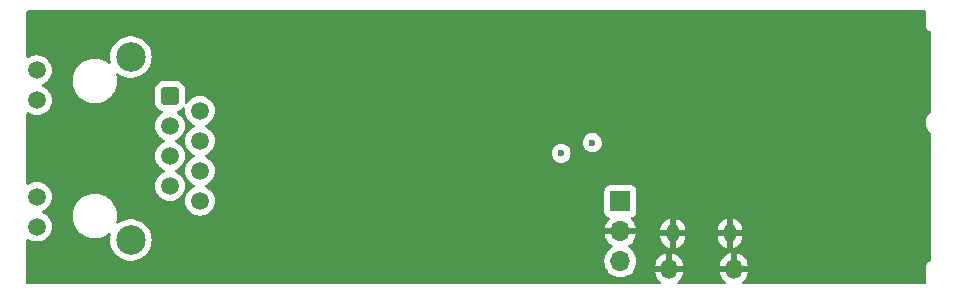
<source format=gbr>
%TF.GenerationSoftware,KiCad,Pcbnew,8.0.3*%
%TF.CreationDate,2024-06-27T21:22:13-04:00*%
%TF.ProjectId,rp2040-mgmt-module,72703230-3430-42d6-9d67-6d742d6d6f64,v0.0.0*%
%TF.SameCoordinates,Original*%
%TF.FileFunction,Copper,L3,Inr*%
%TF.FilePolarity,Positive*%
%FSLAX46Y46*%
G04 Gerber Fmt 4.6, Leading zero omitted, Abs format (unit mm)*
G04 Created by KiCad (PCBNEW 8.0.3) date 2024-06-27 21:22:13*
%MOMM*%
%LPD*%
G01*
G04 APERTURE LIST*
G04 Aperture macros list*
%AMRoundRect*
0 Rectangle with rounded corners*
0 $1 Rounding radius*
0 $2 $3 $4 $5 $6 $7 $8 $9 X,Y pos of 4 corners*
0 Add a 4 corners polygon primitive as box body*
4,1,4,$2,$3,$4,$5,$6,$7,$8,$9,$2,$3,0*
0 Add four circle primitives for the rounded corners*
1,1,$1+$1,$2,$3*
1,1,$1+$1,$4,$5*
1,1,$1+$1,$6,$7*
1,1,$1+$1,$8,$9*
0 Add four rect primitives between the rounded corners*
20,1,$1+$1,$2,$3,$4,$5,0*
20,1,$1+$1,$4,$5,$6,$7,0*
20,1,$1+$1,$6,$7,$8,$9,0*
20,1,$1+$1,$8,$9,$2,$3,0*%
G04 Aperture macros list end*
%TA.AperFunction,ComponentPad*%
%ADD10RoundRect,0.250500X-0.499500X0.499500X-0.499500X-0.499500X0.499500X-0.499500X0.499500X0.499500X0*%
%TD*%
%TA.AperFunction,ComponentPad*%
%ADD11C,1.500000*%
%TD*%
%TA.AperFunction,ComponentPad*%
%ADD12C,2.500000*%
%TD*%
%TA.AperFunction,ComponentPad*%
%ADD13R,1.700000X1.700000*%
%TD*%
%TA.AperFunction,ComponentPad*%
%ADD14O,1.700000X1.700000*%
%TD*%
%TA.AperFunction,ComponentPad*%
%ADD15O,1.350000X1.700000*%
%TD*%
%TA.AperFunction,ComponentPad*%
%ADD16O,1.100000X1.500000*%
%TD*%
%TA.AperFunction,ViaPad*%
%ADD17C,0.600000*%
%TD*%
G04 APERTURE END LIST*
D10*
%TO.N,unconnected-(J3-TD+-Pad1)*%
%TO.C,J3*%
X12560000Y-7645000D03*
D11*
%TO.N,unconnected-(J3-TD--Pad2)*%
X15100000Y-8905000D03*
%TO.N,unconnected-(J3-RD+-Pad3)*%
X12560000Y-10185000D03*
%TO.N,unconnected-(J3-TCT-Pad4)*%
X15100000Y-11445000D03*
%TO.N,unconnected-(J3-RCT-Pad5)*%
X12560000Y-12725000D03*
%TO.N,unconnected-(J3-RD--Pad6)*%
X15100000Y-13985000D03*
%TO.N,unconnected-(J3-NC-Pad7)*%
X12560000Y-15265000D03*
%TO.N,unconnected-(J3-Pad8)*%
X15100000Y-16525000D03*
%TO.N,unconnected-(J3-Pad9)*%
X1300000Y-5460000D03*
%TO.N,unconnected-(J3-Pad10)*%
X1300000Y-8000000D03*
%TO.N,unconnected-(J3-Pad11)*%
X1300000Y-16170000D03*
%TO.N,unconnected-(J3-Pad12)*%
X1300000Y-18710000D03*
D12*
%TO.N,unconnected-(J3-PadSH)*%
X9250000Y-4340000D03*
X9250000Y-19830000D03*
%TD*%
D13*
%TO.N,/SWCLK*%
%TO.C,J4*%
X50700000Y-16560000D03*
D14*
%TO.N,GND*%
X50700000Y-19100000D03*
%TO.N,/SWD*%
X50700000Y-21640000D03*
%TD*%
D15*
%TO.N,GND*%
%TO.C,J2*%
X54830000Y-22280000D03*
D16*
X55140000Y-19280000D03*
X59980000Y-19280000D03*
D15*
X60290000Y-22280000D03*
%TD*%
D17*
%TO.N,+1V1*%
X48325000Y-11600000D03*
X45675000Y-12500000D03*
%TD*%
%TA.AperFunction,Conductor*%
%TO.N,GND*%
G36*
X76542539Y-420185D02*
G01*
X76588294Y-472989D01*
X76599500Y-524500D01*
X76599500Y-1792727D01*
X76626793Y-1894587D01*
X76679520Y-1985913D01*
X76754087Y-2060480D01*
X76845413Y-2113207D01*
X76908093Y-2130002D01*
X76967753Y-2166365D01*
X76998283Y-2229212D01*
X77000000Y-2249776D01*
X77000000Y-8879589D01*
X76980315Y-8946628D01*
X76967230Y-8963571D01*
X76880620Y-9057654D01*
X76880612Y-9057665D01*
X76758199Y-9245030D01*
X76668298Y-9449988D01*
X76668297Y-9449990D01*
X76613354Y-9666952D01*
X76613352Y-9666960D01*
X76594872Y-9889994D01*
X76594872Y-9890005D01*
X76613352Y-10113039D01*
X76613354Y-10113047D01*
X76668297Y-10330009D01*
X76668298Y-10330011D01*
X76758199Y-10534969D01*
X76880612Y-10722334D01*
X76880620Y-10722345D01*
X76967229Y-10816426D01*
X76998152Y-10879080D01*
X77000000Y-10900409D01*
X77000000Y-21530223D01*
X76980315Y-21597262D01*
X76927511Y-21643017D01*
X76908095Y-21649997D01*
X76895420Y-21653393D01*
X76845411Y-21666793D01*
X76845410Y-21666794D01*
X76754085Y-21719521D01*
X76679521Y-21794085D01*
X76626794Y-21885410D01*
X76626793Y-21885413D01*
X76599500Y-21987273D01*
X76599500Y-23475500D01*
X76579815Y-23542539D01*
X76527011Y-23588294D01*
X76475500Y-23599500D01*
X61095394Y-23599500D01*
X61028355Y-23579815D01*
X60982600Y-23527011D01*
X60972656Y-23457853D01*
X61001681Y-23394297D01*
X61022509Y-23375182D01*
X61055454Y-23351245D01*
X61055459Y-23351241D01*
X61186241Y-23220459D01*
X61186245Y-23220454D01*
X61294947Y-23070837D01*
X61378915Y-22906043D01*
X61378916Y-22906040D01*
X61436066Y-22730147D01*
X61465000Y-22547473D01*
X61465000Y-22530000D01*
X60640000Y-22530000D01*
X60640000Y-22030000D01*
X61465000Y-22030000D01*
X61465000Y-22012526D01*
X61436066Y-21829852D01*
X61378916Y-21653959D01*
X61378915Y-21653956D01*
X61294947Y-21489162D01*
X61186245Y-21339545D01*
X61186241Y-21339540D01*
X61055459Y-21208758D01*
X61055454Y-21208754D01*
X60905837Y-21100052D01*
X60741043Y-21016084D01*
X60741037Y-21016082D01*
X60565144Y-20958932D01*
X60540000Y-20954950D01*
X60540000Y-21785025D01*
X60504905Y-21749930D01*
X60425095Y-21703852D01*
X60336078Y-21680000D01*
X60243922Y-21680000D01*
X60154905Y-21703852D01*
X60075095Y-21749930D01*
X60040000Y-21785025D01*
X60040000Y-20954950D01*
X60039999Y-20954950D01*
X60014855Y-20958932D01*
X59838962Y-21016082D01*
X59838956Y-21016084D01*
X59674162Y-21100052D01*
X59524545Y-21208754D01*
X59524540Y-21208758D01*
X59393758Y-21339540D01*
X59393754Y-21339545D01*
X59285052Y-21489162D01*
X59201084Y-21653956D01*
X59201083Y-21653959D01*
X59143933Y-21829852D01*
X59115000Y-22012526D01*
X59115000Y-22030000D01*
X59940000Y-22030000D01*
X59940000Y-22530000D01*
X59115000Y-22530000D01*
X59115000Y-22547473D01*
X59143933Y-22730147D01*
X59201083Y-22906040D01*
X59201084Y-22906043D01*
X59285052Y-23070837D01*
X59393754Y-23220454D01*
X59393758Y-23220459D01*
X59524540Y-23351241D01*
X59524545Y-23351245D01*
X59557491Y-23375182D01*
X59600157Y-23430512D01*
X59606136Y-23500125D01*
X59573530Y-23561920D01*
X59512692Y-23596277D01*
X59484606Y-23599500D01*
X55635394Y-23599500D01*
X55568355Y-23579815D01*
X55522600Y-23527011D01*
X55512656Y-23457853D01*
X55541681Y-23394297D01*
X55562509Y-23375182D01*
X55595454Y-23351245D01*
X55595459Y-23351241D01*
X55726241Y-23220459D01*
X55726245Y-23220454D01*
X55834947Y-23070837D01*
X55918915Y-22906043D01*
X55918916Y-22906040D01*
X55976066Y-22730147D01*
X56005000Y-22547473D01*
X56005000Y-22530000D01*
X55180000Y-22530000D01*
X55180000Y-22030000D01*
X56005000Y-22030000D01*
X56005000Y-22012526D01*
X55976066Y-21829852D01*
X55918916Y-21653959D01*
X55918915Y-21653956D01*
X55834947Y-21489162D01*
X55726245Y-21339545D01*
X55726241Y-21339540D01*
X55595459Y-21208758D01*
X55595454Y-21208754D01*
X55445837Y-21100052D01*
X55281043Y-21016084D01*
X55281037Y-21016082D01*
X55105144Y-20958932D01*
X55080000Y-20954950D01*
X55080000Y-21785025D01*
X55044905Y-21749930D01*
X54965095Y-21703852D01*
X54876078Y-21680000D01*
X54783922Y-21680000D01*
X54694905Y-21703852D01*
X54615095Y-21749930D01*
X54580000Y-21785025D01*
X54580000Y-20954950D01*
X54579999Y-20954950D01*
X54554855Y-20958932D01*
X54378962Y-21016082D01*
X54378956Y-21016084D01*
X54214162Y-21100052D01*
X54064545Y-21208754D01*
X54064540Y-21208758D01*
X53933758Y-21339540D01*
X53933754Y-21339545D01*
X53825052Y-21489162D01*
X53741084Y-21653956D01*
X53741083Y-21653959D01*
X53683933Y-21829852D01*
X53655000Y-22012526D01*
X53655000Y-22030000D01*
X54480000Y-22030000D01*
X54480000Y-22530000D01*
X53655000Y-22530000D01*
X53655000Y-22547473D01*
X53683933Y-22730147D01*
X53741083Y-22906040D01*
X53741084Y-22906043D01*
X53825052Y-23070837D01*
X53933754Y-23220454D01*
X53933758Y-23220459D01*
X54064540Y-23351241D01*
X54064545Y-23351245D01*
X54097491Y-23375182D01*
X54140157Y-23430512D01*
X54146136Y-23500125D01*
X54113530Y-23561920D01*
X54052692Y-23596277D01*
X54024606Y-23599500D01*
X524500Y-23599500D01*
X457461Y-23579815D01*
X411706Y-23527011D01*
X400500Y-23475500D01*
X400500Y-21639999D01*
X49344341Y-21639999D01*
X49344341Y-21640000D01*
X49364936Y-21875403D01*
X49364938Y-21875413D01*
X49426094Y-22103655D01*
X49426096Y-22103659D01*
X49426097Y-22103663D01*
X49468496Y-22194587D01*
X49525965Y-22317830D01*
X49525967Y-22317834D01*
X49634281Y-22472521D01*
X49661505Y-22511401D01*
X49828599Y-22678495D01*
X49902366Y-22730147D01*
X50022165Y-22814032D01*
X50022167Y-22814033D01*
X50022170Y-22814035D01*
X50236337Y-22913903D01*
X50464592Y-22975063D01*
X50652918Y-22991539D01*
X50699999Y-22995659D01*
X50700000Y-22995659D01*
X50700001Y-22995659D01*
X50739234Y-22992226D01*
X50935408Y-22975063D01*
X51163663Y-22913903D01*
X51377830Y-22814035D01*
X51571401Y-22678495D01*
X51738495Y-22511401D01*
X51874035Y-22317830D01*
X51973903Y-22103663D01*
X52035063Y-21875408D01*
X52055659Y-21640000D01*
X52035063Y-21404592D01*
X51973903Y-21176337D01*
X51874035Y-20962171D01*
X51773686Y-20818856D01*
X51738494Y-20768597D01*
X51571402Y-20601506D01*
X51571401Y-20601505D01*
X51385405Y-20471269D01*
X51341781Y-20416692D01*
X51334588Y-20347193D01*
X51366110Y-20284839D01*
X51385405Y-20268119D01*
X51571082Y-20138105D01*
X51738105Y-19971082D01*
X51873600Y-19777578D01*
X51973429Y-19563492D01*
X51973432Y-19563486D01*
X52030636Y-19350000D01*
X51133012Y-19350000D01*
X51165925Y-19292993D01*
X51200000Y-19165826D01*
X51200000Y-19034174D01*
X51184567Y-18976579D01*
X54090000Y-18976579D01*
X54090000Y-19030000D01*
X54816933Y-19030000D01*
X54815000Y-19037213D01*
X54815000Y-19522787D01*
X54816933Y-19530000D01*
X54090000Y-19530000D01*
X54090000Y-19583420D01*
X54130348Y-19786266D01*
X54130350Y-19786274D01*
X54209500Y-19977358D01*
X54209505Y-19977368D01*
X54324410Y-20149335D01*
X54324413Y-20149339D01*
X54470660Y-20295586D01*
X54470664Y-20295589D01*
X54642631Y-20410494D01*
X54642641Y-20410499D01*
X54833723Y-20489648D01*
X54833725Y-20489649D01*
X54890000Y-20500842D01*
X54890000Y-19689618D01*
X54940446Y-19740064D01*
X55014555Y-19782851D01*
X55097213Y-19805000D01*
X55182787Y-19805000D01*
X55265445Y-19782851D01*
X55339554Y-19740064D01*
X55390000Y-19689618D01*
X55390000Y-20500842D01*
X55446274Y-20489649D01*
X55446276Y-20489648D01*
X55637358Y-20410499D01*
X55637368Y-20410494D01*
X55809335Y-20295589D01*
X55809339Y-20295586D01*
X55955586Y-20149339D01*
X55955589Y-20149335D01*
X56070494Y-19977368D01*
X56070499Y-19977358D01*
X56149649Y-19786274D01*
X56149651Y-19786266D01*
X56189999Y-19583420D01*
X56190000Y-19583417D01*
X56190000Y-19530000D01*
X55463067Y-19530000D01*
X55465000Y-19522787D01*
X55465000Y-19037213D01*
X55463067Y-19030000D01*
X56190000Y-19030000D01*
X56190000Y-18976583D01*
X56189999Y-18976579D01*
X58930000Y-18976579D01*
X58930000Y-19030000D01*
X59656933Y-19030000D01*
X59655000Y-19037213D01*
X59655000Y-19522787D01*
X59656933Y-19530000D01*
X58930000Y-19530000D01*
X58930000Y-19583420D01*
X58970348Y-19786266D01*
X58970350Y-19786274D01*
X59049500Y-19977358D01*
X59049505Y-19977368D01*
X59164410Y-20149335D01*
X59164413Y-20149339D01*
X59310660Y-20295586D01*
X59310664Y-20295589D01*
X59482631Y-20410494D01*
X59482641Y-20410499D01*
X59673723Y-20489648D01*
X59673725Y-20489649D01*
X59730000Y-20500842D01*
X59730000Y-19689618D01*
X59780446Y-19740064D01*
X59854555Y-19782851D01*
X59937213Y-19805000D01*
X60022787Y-19805000D01*
X60105445Y-19782851D01*
X60179554Y-19740064D01*
X60230000Y-19689618D01*
X60230000Y-20500842D01*
X60286274Y-20489649D01*
X60286276Y-20489648D01*
X60477358Y-20410499D01*
X60477368Y-20410494D01*
X60649335Y-20295589D01*
X60649339Y-20295586D01*
X60795586Y-20149339D01*
X60795589Y-20149335D01*
X60910494Y-19977368D01*
X60910499Y-19977358D01*
X60989649Y-19786274D01*
X60989651Y-19786266D01*
X61029999Y-19583420D01*
X61030000Y-19583417D01*
X61030000Y-19530000D01*
X60303067Y-19530000D01*
X60305000Y-19522787D01*
X60305000Y-19037213D01*
X60303067Y-19030000D01*
X61030000Y-19030000D01*
X61030000Y-18976583D01*
X61029999Y-18976579D01*
X60989651Y-18773733D01*
X60989649Y-18773725D01*
X60910499Y-18582641D01*
X60910494Y-18582631D01*
X60795589Y-18410664D01*
X60795586Y-18410660D01*
X60649339Y-18264413D01*
X60649335Y-18264410D01*
X60477368Y-18149505D01*
X60477358Y-18149500D01*
X60286272Y-18070349D01*
X60286267Y-18070347D01*
X60230000Y-18059155D01*
X60230000Y-18870382D01*
X60179554Y-18819936D01*
X60105445Y-18777149D01*
X60022787Y-18755000D01*
X59937213Y-18755000D01*
X59854555Y-18777149D01*
X59780446Y-18819936D01*
X59730000Y-18870382D01*
X59730000Y-18059156D01*
X59729999Y-18059155D01*
X59673732Y-18070347D01*
X59673727Y-18070349D01*
X59482641Y-18149500D01*
X59482631Y-18149505D01*
X59310664Y-18264410D01*
X59310660Y-18264413D01*
X59164413Y-18410660D01*
X59164410Y-18410664D01*
X59049505Y-18582631D01*
X59049500Y-18582641D01*
X58970350Y-18773725D01*
X58970348Y-18773733D01*
X58930000Y-18976579D01*
X56189999Y-18976579D01*
X56149651Y-18773733D01*
X56149649Y-18773725D01*
X56070499Y-18582641D01*
X56070494Y-18582631D01*
X55955589Y-18410664D01*
X55955586Y-18410660D01*
X55809339Y-18264413D01*
X55809335Y-18264410D01*
X55637368Y-18149505D01*
X55637358Y-18149500D01*
X55446272Y-18070349D01*
X55446267Y-18070347D01*
X55390000Y-18059155D01*
X55390000Y-18870382D01*
X55339554Y-18819936D01*
X55265445Y-18777149D01*
X55182787Y-18755000D01*
X55097213Y-18755000D01*
X55014555Y-18777149D01*
X54940446Y-18819936D01*
X54890000Y-18870382D01*
X54890000Y-18059156D01*
X54889999Y-18059155D01*
X54833732Y-18070347D01*
X54833727Y-18070349D01*
X54642641Y-18149500D01*
X54642631Y-18149505D01*
X54470664Y-18264410D01*
X54470660Y-18264413D01*
X54324413Y-18410660D01*
X54324410Y-18410664D01*
X54209505Y-18582631D01*
X54209500Y-18582641D01*
X54130350Y-18773725D01*
X54130348Y-18773733D01*
X54090000Y-18976579D01*
X51184567Y-18976579D01*
X51165925Y-18907007D01*
X51133012Y-18850000D01*
X52030636Y-18850000D01*
X52030635Y-18849999D01*
X51973432Y-18636513D01*
X51973429Y-18636507D01*
X51873600Y-18422422D01*
X51873599Y-18422420D01*
X51738113Y-18228926D01*
X51738108Y-18228920D01*
X51616053Y-18106865D01*
X51582568Y-18045542D01*
X51587552Y-17975850D01*
X51629424Y-17919917D01*
X51660400Y-17903002D01*
X51792331Y-17853796D01*
X51907546Y-17767546D01*
X51993796Y-17652331D01*
X52044091Y-17517483D01*
X52050500Y-17457873D01*
X52050499Y-15662128D01*
X52044091Y-15602517D01*
X52029502Y-15563403D01*
X51993797Y-15467671D01*
X51993793Y-15467664D01*
X51907547Y-15352455D01*
X51907544Y-15352452D01*
X51792335Y-15266206D01*
X51792328Y-15266202D01*
X51657482Y-15215908D01*
X51657483Y-15215908D01*
X51597883Y-15209501D01*
X51597881Y-15209500D01*
X51597873Y-15209500D01*
X51597864Y-15209500D01*
X49802129Y-15209500D01*
X49802123Y-15209501D01*
X49742516Y-15215908D01*
X49607671Y-15266202D01*
X49607664Y-15266206D01*
X49492455Y-15352452D01*
X49492452Y-15352455D01*
X49406206Y-15467664D01*
X49406202Y-15467671D01*
X49355908Y-15602517D01*
X49349501Y-15662116D01*
X49349501Y-15662123D01*
X49349500Y-15662135D01*
X49349500Y-17457870D01*
X49349501Y-17457876D01*
X49355908Y-17517483D01*
X49406202Y-17652328D01*
X49406206Y-17652335D01*
X49492452Y-17767544D01*
X49492455Y-17767547D01*
X49607664Y-17853793D01*
X49607671Y-17853797D01*
X49607674Y-17853798D01*
X49739598Y-17903002D01*
X49795531Y-17944873D01*
X49819949Y-18010337D01*
X49805098Y-18078610D01*
X49783947Y-18106865D01*
X49661886Y-18228926D01*
X49526400Y-18422420D01*
X49526399Y-18422422D01*
X49426570Y-18636507D01*
X49426567Y-18636513D01*
X49369364Y-18849999D01*
X49369364Y-18850000D01*
X50266988Y-18850000D01*
X50234075Y-18907007D01*
X50200000Y-19034174D01*
X50200000Y-19165826D01*
X50234075Y-19292993D01*
X50266988Y-19350000D01*
X49369364Y-19350000D01*
X49426567Y-19563486D01*
X49426570Y-19563492D01*
X49526399Y-19777578D01*
X49661894Y-19971082D01*
X49828917Y-20138105D01*
X50014595Y-20268119D01*
X50058219Y-20322696D01*
X50065412Y-20392195D01*
X50033890Y-20454549D01*
X50014595Y-20471269D01*
X49828594Y-20601508D01*
X49661505Y-20768597D01*
X49525965Y-20962169D01*
X49525964Y-20962171D01*
X49426098Y-21176335D01*
X49426094Y-21176344D01*
X49364938Y-21404586D01*
X49364936Y-21404596D01*
X49344341Y-21639999D01*
X400500Y-21639999D01*
X400500Y-19844944D01*
X420185Y-19777905D01*
X472989Y-19732150D01*
X542147Y-19722206D01*
X595623Y-19743369D01*
X672361Y-19797102D01*
X870670Y-19889575D01*
X1082023Y-19946207D01*
X1264926Y-19962208D01*
X1299998Y-19965277D01*
X1300000Y-19965277D01*
X1300002Y-19965277D01*
X1328254Y-19962805D01*
X1517977Y-19946207D01*
X1729330Y-19889575D01*
X1927639Y-19797102D01*
X2106877Y-19671598D01*
X2261598Y-19516877D01*
X2387102Y-19337639D01*
X2479575Y-19139330D01*
X2536207Y-18927977D01*
X2555277Y-18710000D01*
X2554393Y-18699901D01*
X2548847Y-18636507D01*
X2536207Y-18492023D01*
X2479575Y-18280670D01*
X2387102Y-18082362D01*
X2387100Y-18082359D01*
X2387099Y-18082357D01*
X2261599Y-17903124D01*
X2199500Y-17841025D01*
X2106877Y-17748402D01*
X2004997Y-17677065D01*
X4324500Y-17677065D01*
X4324500Y-17922934D01*
X4345490Y-18082357D01*
X4356591Y-18166677D01*
X4413739Y-18379958D01*
X4420222Y-18404152D01*
X4420225Y-18404162D01*
X4456619Y-18492024D01*
X4514306Y-18631292D01*
X4637233Y-18844208D01*
X4637235Y-18844211D01*
X4637236Y-18844212D01*
X4786897Y-19039254D01*
X4786903Y-19039261D01*
X4960738Y-19213096D01*
X4960744Y-19213101D01*
X5155792Y-19362767D01*
X5368708Y-19485694D01*
X5544384Y-19558461D01*
X5568305Y-19568370D01*
X5595847Y-19579778D01*
X5833323Y-19643409D01*
X6077073Y-19675500D01*
X6077080Y-19675500D01*
X6322920Y-19675500D01*
X6322927Y-19675500D01*
X6566677Y-19643409D01*
X6804153Y-19579778D01*
X7031292Y-19485694D01*
X7244208Y-19362767D01*
X7355487Y-19277379D01*
X7420654Y-19252186D01*
X7489099Y-19266224D01*
X7539089Y-19315038D01*
X7554753Y-19383129D01*
X7551863Y-19403348D01*
X7514197Y-19568374D01*
X7514196Y-19568379D01*
X7494592Y-19829995D01*
X7494592Y-19830004D01*
X7514196Y-20091620D01*
X7514197Y-20091625D01*
X7572576Y-20347402D01*
X7572578Y-20347411D01*
X7572580Y-20347416D01*
X7668432Y-20591643D01*
X7799614Y-20818857D01*
X7908145Y-20954950D01*
X7963198Y-21023985D01*
X8045180Y-21100052D01*
X8155521Y-21202433D01*
X8372296Y-21350228D01*
X8372301Y-21350230D01*
X8372302Y-21350231D01*
X8372303Y-21350232D01*
X8485172Y-21404586D01*
X8608673Y-21464061D01*
X8608674Y-21464061D01*
X8608677Y-21464063D01*
X8859385Y-21541396D01*
X9118818Y-21580500D01*
X9381182Y-21580500D01*
X9640615Y-21541396D01*
X9891323Y-21464063D01*
X10127704Y-21350228D01*
X10344479Y-21202433D01*
X10536805Y-21023981D01*
X10700386Y-20818857D01*
X10831568Y-20591643D01*
X10927420Y-20347416D01*
X10985802Y-20091630D01*
X10994365Y-19977368D01*
X11005408Y-19830004D01*
X11005408Y-19829995D01*
X10985803Y-19568379D01*
X10985802Y-19568374D01*
X10985802Y-19568370D01*
X10927420Y-19312584D01*
X10831568Y-19068357D01*
X10700386Y-18841143D01*
X10536805Y-18636019D01*
X10536804Y-18636018D01*
X10536801Y-18636014D01*
X10344479Y-18457567D01*
X10266135Y-18404153D01*
X10127704Y-18309772D01*
X10127700Y-18309770D01*
X10127697Y-18309768D01*
X10127696Y-18309767D01*
X9891325Y-18195938D01*
X9891327Y-18195938D01*
X9640623Y-18118606D01*
X9640619Y-18118605D01*
X9640615Y-18118604D01*
X9515823Y-18099794D01*
X9381187Y-18079500D01*
X9381182Y-18079500D01*
X9118818Y-18079500D01*
X9118812Y-18079500D01*
X8957247Y-18103853D01*
X8859385Y-18118604D01*
X8859382Y-18118605D01*
X8859376Y-18118606D01*
X8608673Y-18195938D01*
X8372303Y-18309767D01*
X8372295Y-18309772D01*
X8199104Y-18427852D01*
X8132625Y-18449352D01*
X8065075Y-18431498D01*
X8017901Y-18379958D01*
X8006081Y-18311095D01*
X8009473Y-18293325D01*
X8043409Y-18166677D01*
X8075500Y-17922927D01*
X8075500Y-17677073D01*
X8043409Y-17433323D01*
X7979778Y-17195847D01*
X7885694Y-16968708D01*
X7762767Y-16755792D01*
X7613101Y-16560744D01*
X7613096Y-16560738D01*
X7439261Y-16386903D01*
X7439254Y-16386897D01*
X7244212Y-16237236D01*
X7244211Y-16237235D01*
X7244208Y-16237233D01*
X7031292Y-16114306D01*
X6986296Y-16095668D01*
X6804162Y-16020225D01*
X6804155Y-16020223D01*
X6804153Y-16020222D01*
X6566677Y-15956591D01*
X6525939Y-15951227D01*
X6322934Y-15924500D01*
X6322927Y-15924500D01*
X6077073Y-15924500D01*
X6077065Y-15924500D01*
X5845059Y-15955045D01*
X5833323Y-15956591D01*
X5595847Y-16020222D01*
X5595837Y-16020225D01*
X5368714Y-16114303D01*
X5368705Y-16114307D01*
X5155787Y-16237236D01*
X4960745Y-16386897D01*
X4960738Y-16386903D01*
X4786903Y-16560738D01*
X4786897Y-16560745D01*
X4637236Y-16755787D01*
X4514307Y-16968705D01*
X4514303Y-16968714D01*
X4420225Y-17195837D01*
X4420222Y-17195847D01*
X4356591Y-17433323D01*
X4355582Y-17440984D01*
X4324500Y-17677065D01*
X2004997Y-17677065D01*
X1927639Y-17622898D01*
X1776414Y-17552381D01*
X1723977Y-17506210D01*
X1704825Y-17439016D01*
X1725041Y-17372135D01*
X1776414Y-17327618D01*
X1927639Y-17257102D01*
X2106877Y-17131598D01*
X2261598Y-16976877D01*
X2387102Y-16797639D01*
X2479575Y-16599330D01*
X2536207Y-16387977D01*
X2555277Y-16170000D01*
X2536207Y-15952023D01*
X2479575Y-15740670D01*
X2387102Y-15542362D01*
X2387100Y-15542359D01*
X2387099Y-15542357D01*
X2261599Y-15363124D01*
X2187268Y-15288793D01*
X2106877Y-15208402D01*
X1939207Y-15090998D01*
X1927638Y-15082897D01*
X1825039Y-15035055D01*
X1729330Y-14990425D01*
X1729326Y-14990424D01*
X1729322Y-14990422D01*
X1517977Y-14933793D01*
X1300002Y-14914723D01*
X1299998Y-14914723D01*
X1154682Y-14927436D01*
X1082023Y-14933793D01*
X1082020Y-14933793D01*
X870677Y-14990422D01*
X870668Y-14990426D01*
X672361Y-15082898D01*
X672357Y-15082901D01*
X595623Y-15136630D01*
X529416Y-15158957D01*
X461649Y-15141946D01*
X413837Y-15090998D01*
X400500Y-15035055D01*
X400500Y-10184997D01*
X11304723Y-10184997D01*
X11304723Y-10185002D01*
X11309641Y-10241210D01*
X11317409Y-10330011D01*
X11323793Y-10402975D01*
X11323793Y-10402979D01*
X11380422Y-10614322D01*
X11380424Y-10614326D01*
X11380425Y-10614330D01*
X11426661Y-10713484D01*
X11472897Y-10812638D01*
X11476204Y-10817361D01*
X11598402Y-10991877D01*
X11753123Y-11146598D01*
X11887229Y-11240500D01*
X11932361Y-11272102D01*
X12083583Y-11342618D01*
X12136022Y-11388790D01*
X12155174Y-11455984D01*
X12134958Y-11522865D01*
X12083583Y-11567382D01*
X11932361Y-11637898D01*
X11932357Y-11637900D01*
X11753121Y-11763402D01*
X11598402Y-11918121D01*
X11472900Y-12097357D01*
X11472898Y-12097361D01*
X11380426Y-12295668D01*
X11380422Y-12295677D01*
X11323793Y-12507020D01*
X11323793Y-12507024D01*
X11304723Y-12724997D01*
X11304723Y-12725002D01*
X11323793Y-12942975D01*
X11323793Y-12942979D01*
X11380422Y-13154322D01*
X11380424Y-13154326D01*
X11380425Y-13154330D01*
X11413747Y-13225789D01*
X11472897Y-13352638D01*
X11476204Y-13357361D01*
X11598402Y-13531877D01*
X11753123Y-13686598D01*
X11932360Y-13812101D01*
X11932361Y-13812102D01*
X12083583Y-13882618D01*
X12136022Y-13928790D01*
X12155174Y-13995984D01*
X12134958Y-14062865D01*
X12083583Y-14107382D01*
X11932361Y-14177898D01*
X11932357Y-14177900D01*
X11753121Y-14303402D01*
X11598402Y-14458121D01*
X11472900Y-14637357D01*
X11472898Y-14637361D01*
X11380426Y-14835668D01*
X11380422Y-14835677D01*
X11323793Y-15047020D01*
X11323793Y-15047024D01*
X11304723Y-15264997D01*
X11304723Y-15265002D01*
X11323793Y-15482975D01*
X11323793Y-15482979D01*
X11380422Y-15694322D01*
X11380424Y-15694326D01*
X11380425Y-15694330D01*
X11402033Y-15740668D01*
X11472897Y-15892638D01*
X11476204Y-15897361D01*
X11598402Y-16071877D01*
X11753123Y-16226598D01*
X11932361Y-16352102D01*
X12130670Y-16444575D01*
X12342023Y-16501207D01*
X12524926Y-16517208D01*
X12559998Y-16520277D01*
X12560000Y-16520277D01*
X12560002Y-16520277D01*
X12588254Y-16517805D01*
X12777977Y-16501207D01*
X12989330Y-16444575D01*
X13187639Y-16352102D01*
X13366877Y-16226598D01*
X13521598Y-16071877D01*
X13647102Y-15892639D01*
X13739575Y-15694330D01*
X13796207Y-15482977D01*
X13814864Y-15269723D01*
X13815277Y-15265002D01*
X13815277Y-15264997D01*
X13810422Y-15209501D01*
X13796207Y-15047023D01*
X13739575Y-14835670D01*
X13647102Y-14637362D01*
X13647100Y-14637359D01*
X13647099Y-14637357D01*
X13521599Y-14458124D01*
X13477797Y-14414322D01*
X13366877Y-14303402D01*
X13187639Y-14177898D01*
X13036414Y-14107381D01*
X12983977Y-14061210D01*
X12964825Y-13994016D01*
X12985041Y-13927135D01*
X13036414Y-13882618D01*
X13187639Y-13812102D01*
X13366877Y-13686598D01*
X13521598Y-13531877D01*
X13647102Y-13352639D01*
X13739575Y-13154330D01*
X13796207Y-12942977D01*
X13815277Y-12725000D01*
X13796207Y-12507023D01*
X13739575Y-12295670D01*
X13647102Y-12097362D01*
X13647100Y-12097359D01*
X13647099Y-12097357D01*
X13521599Y-11918124D01*
X13473659Y-11870184D01*
X13366877Y-11763402D01*
X13187639Y-11637898D01*
X13036414Y-11567381D01*
X12983977Y-11521210D01*
X12964825Y-11454016D01*
X12985041Y-11387135D01*
X13036414Y-11342618D01*
X13187639Y-11272102D01*
X13366877Y-11146598D01*
X13521598Y-10991877D01*
X13647102Y-10812639D01*
X13739575Y-10614330D01*
X13796207Y-10402977D01*
X13813195Y-10208793D01*
X13815277Y-10185002D01*
X13815277Y-10184997D01*
X13808981Y-10113039D01*
X13796207Y-9967023D01*
X13739575Y-9755670D01*
X13647102Y-9557362D01*
X13647100Y-9557359D01*
X13647099Y-9557357D01*
X13521599Y-9378124D01*
X13451528Y-9308053D01*
X13366877Y-9223402D01*
X13191452Y-9100568D01*
X13147829Y-9045993D01*
X13140637Y-8976494D01*
X13172159Y-8914140D01*
X13223574Y-8881289D01*
X13228704Y-8879589D01*
X13379047Y-8829771D01*
X13528468Y-8737607D01*
X13650194Y-8615880D01*
X13711513Y-8582398D01*
X13781205Y-8587382D01*
X13837139Y-8629253D01*
X13861556Y-8694717D01*
X13861400Y-8714371D01*
X13844723Y-8904997D01*
X13844723Y-8905002D01*
X13849847Y-8963571D01*
X13860654Y-9087102D01*
X13863793Y-9122975D01*
X13863793Y-9122979D01*
X13920422Y-9334322D01*
X13920424Y-9334326D01*
X13920425Y-9334330D01*
X13966661Y-9433484D01*
X14012897Y-9532638D01*
X14030209Y-9557362D01*
X14138402Y-9711877D01*
X14293123Y-9866598D01*
X14436545Y-9967023D01*
X14472361Y-9992102D01*
X14623583Y-10062618D01*
X14676022Y-10108790D01*
X14695174Y-10175984D01*
X14674958Y-10242865D01*
X14623583Y-10287382D01*
X14472361Y-10357898D01*
X14472357Y-10357900D01*
X14293121Y-10483402D01*
X14138402Y-10638121D01*
X14012900Y-10817357D01*
X14012898Y-10817361D01*
X13920426Y-11015668D01*
X13920422Y-11015677D01*
X13863793Y-11227020D01*
X13863793Y-11227024D01*
X13844723Y-11444997D01*
X13844723Y-11445002D01*
X13863793Y-11662975D01*
X13863793Y-11662979D01*
X13920422Y-11874322D01*
X13920424Y-11874326D01*
X13920425Y-11874330D01*
X13955488Y-11949522D01*
X14012897Y-12072638D01*
X14030209Y-12097362D01*
X14138402Y-12251877D01*
X14293123Y-12406598D01*
X14436545Y-12507023D01*
X14472361Y-12532102D01*
X14623583Y-12602618D01*
X14676022Y-12648790D01*
X14695174Y-12715984D01*
X14674958Y-12782865D01*
X14623583Y-12827382D01*
X14472361Y-12897898D01*
X14472357Y-12897900D01*
X14293121Y-13023402D01*
X14138402Y-13178121D01*
X14012900Y-13357357D01*
X14012898Y-13357361D01*
X13920426Y-13555668D01*
X13920422Y-13555677D01*
X13863793Y-13767020D01*
X13863793Y-13767024D01*
X13844723Y-13984997D01*
X13844723Y-13985002D01*
X13863793Y-14202975D01*
X13863793Y-14202979D01*
X13920422Y-14414322D01*
X13920424Y-14414326D01*
X13920425Y-14414330D01*
X13966661Y-14513484D01*
X14012897Y-14612638D01*
X14030209Y-14637362D01*
X14138402Y-14791877D01*
X14293123Y-14946598D01*
X14436545Y-15047023D01*
X14472361Y-15072102D01*
X14623583Y-15142618D01*
X14676022Y-15188790D01*
X14695174Y-15255984D01*
X14674958Y-15322865D01*
X14623583Y-15367382D01*
X14472361Y-15437898D01*
X14472357Y-15437900D01*
X14293121Y-15563402D01*
X14138402Y-15718121D01*
X14012900Y-15897357D01*
X14012898Y-15897361D01*
X13920426Y-16095668D01*
X13920422Y-16095677D01*
X13863793Y-16307020D01*
X13863793Y-16307024D01*
X13844723Y-16524997D01*
X13844723Y-16525002D01*
X13863793Y-16742975D01*
X13863793Y-16742979D01*
X13920422Y-16954322D01*
X13920424Y-16954326D01*
X13920425Y-16954330D01*
X13930939Y-16976877D01*
X14012897Y-17152638D01*
X14012898Y-17152639D01*
X14138402Y-17331877D01*
X14293123Y-17486598D01*
X14472361Y-17612102D01*
X14670670Y-17704575D01*
X14882023Y-17761207D01*
X15064926Y-17777208D01*
X15099998Y-17780277D01*
X15100000Y-17780277D01*
X15100002Y-17780277D01*
X15128254Y-17777805D01*
X15317977Y-17761207D01*
X15529330Y-17704575D01*
X15727639Y-17612102D01*
X15906877Y-17486598D01*
X16061598Y-17331877D01*
X16187102Y-17152639D01*
X16279575Y-16954330D01*
X16336207Y-16742977D01*
X16355277Y-16525000D01*
X16353195Y-16501207D01*
X16348241Y-16444573D01*
X16336207Y-16307023D01*
X16279575Y-16095670D01*
X16187102Y-15897362D01*
X16187100Y-15897359D01*
X16187099Y-15897357D01*
X16061599Y-15718124D01*
X16005591Y-15662116D01*
X15906877Y-15563402D01*
X15727639Y-15437898D01*
X15576414Y-15367381D01*
X15523977Y-15321210D01*
X15504825Y-15254016D01*
X15525041Y-15187135D01*
X15576414Y-15142618D01*
X15727639Y-15072102D01*
X15906877Y-14946598D01*
X16061598Y-14791877D01*
X16187102Y-14612639D01*
X16279575Y-14414330D01*
X16336207Y-14202977D01*
X16355277Y-13985000D01*
X16353195Y-13961207D01*
X16346320Y-13882618D01*
X16336207Y-13767023D01*
X16279575Y-13555670D01*
X16187102Y-13357362D01*
X16187100Y-13357359D01*
X16187099Y-13357357D01*
X16061599Y-13178124D01*
X16013290Y-13129815D01*
X15906877Y-13023402D01*
X15727639Y-12897898D01*
X15576414Y-12827381D01*
X15523977Y-12781210D01*
X15504825Y-12714016D01*
X15525041Y-12647135D01*
X15576414Y-12602618D01*
X15727639Y-12532102D01*
X15773491Y-12499996D01*
X44869435Y-12499996D01*
X44869435Y-12500003D01*
X44889630Y-12679249D01*
X44889631Y-12679254D01*
X44949211Y-12849523D01*
X45007934Y-12942979D01*
X45045184Y-13002262D01*
X45172738Y-13129816D01*
X45325478Y-13225789D01*
X45495745Y-13285368D01*
X45495750Y-13285369D01*
X45674996Y-13305565D01*
X45675000Y-13305565D01*
X45675004Y-13305565D01*
X45854249Y-13285369D01*
X45854252Y-13285368D01*
X45854255Y-13285368D01*
X46024522Y-13225789D01*
X46177262Y-13129816D01*
X46304816Y-13002262D01*
X46400789Y-12849522D01*
X46460368Y-12679255D01*
X46480565Y-12500000D01*
X46470041Y-12406598D01*
X46460369Y-12320750D01*
X46460368Y-12320745D01*
X46436270Y-12251877D01*
X46400789Y-12150478D01*
X46304816Y-11997738D01*
X46177262Y-11870184D01*
X46024523Y-11774211D01*
X45854254Y-11714631D01*
X45854249Y-11714630D01*
X45675004Y-11694435D01*
X45674996Y-11694435D01*
X45495750Y-11714630D01*
X45495745Y-11714631D01*
X45325476Y-11774211D01*
X45172737Y-11870184D01*
X45045184Y-11997737D01*
X44949211Y-12150476D01*
X44889631Y-12320745D01*
X44889630Y-12320750D01*
X44869435Y-12499996D01*
X15773491Y-12499996D01*
X15906877Y-12406598D01*
X16061598Y-12251877D01*
X16187102Y-12072639D01*
X16279575Y-11874330D01*
X16336207Y-11662977D01*
X16341717Y-11599996D01*
X47519435Y-11599996D01*
X47519435Y-11600003D01*
X47539630Y-11779249D01*
X47539631Y-11779254D01*
X47599211Y-11949523D01*
X47692102Y-12097357D01*
X47695184Y-12102262D01*
X47822738Y-12229816D01*
X47913080Y-12286582D01*
X47967450Y-12320745D01*
X47975478Y-12325789D01*
X48145745Y-12385368D01*
X48145750Y-12385369D01*
X48324996Y-12405565D01*
X48325000Y-12405565D01*
X48325004Y-12405565D01*
X48504249Y-12385369D01*
X48504252Y-12385368D01*
X48504255Y-12385368D01*
X48674522Y-12325789D01*
X48827262Y-12229816D01*
X48954816Y-12102262D01*
X49050789Y-11949522D01*
X49110368Y-11779255D01*
X49110369Y-11779249D01*
X49130565Y-11600003D01*
X49130565Y-11599996D01*
X49110369Y-11420750D01*
X49110368Y-11420745D01*
X49083030Y-11342618D01*
X49050789Y-11250478D01*
X49044519Y-11240500D01*
X48985517Y-11146598D01*
X48954816Y-11097738D01*
X48827262Y-10970184D01*
X48801496Y-10953994D01*
X48674523Y-10874211D01*
X48504254Y-10814631D01*
X48504249Y-10814630D01*
X48325004Y-10794435D01*
X48324996Y-10794435D01*
X48145750Y-10814630D01*
X48145745Y-10814631D01*
X47975476Y-10874211D01*
X47822737Y-10970184D01*
X47695184Y-11097737D01*
X47599211Y-11250476D01*
X47539631Y-11420745D01*
X47539630Y-11420750D01*
X47519435Y-11599996D01*
X16341717Y-11599996D01*
X16355277Y-11445000D01*
X16353195Y-11421207D01*
X16346320Y-11342618D01*
X16336207Y-11227023D01*
X16291119Y-11058753D01*
X16279577Y-11015677D01*
X16279576Y-11015676D01*
X16279575Y-11015670D01*
X16187102Y-10817362D01*
X16187100Y-10817359D01*
X16187099Y-10817357D01*
X16061599Y-10638124D01*
X16037797Y-10614322D01*
X15906877Y-10483402D01*
X15727639Y-10357898D01*
X15576414Y-10287381D01*
X15523977Y-10241210D01*
X15504825Y-10174016D01*
X15525041Y-10107135D01*
X15576414Y-10062618D01*
X15727639Y-9992102D01*
X15906877Y-9866598D01*
X16061598Y-9711877D01*
X16187102Y-9532639D01*
X16279575Y-9334330D01*
X16336207Y-9122977D01*
X16355277Y-8905000D01*
X16336207Y-8687023D01*
X16279575Y-8475670D01*
X16187102Y-8277362D01*
X16187100Y-8277359D01*
X16187099Y-8277357D01*
X16061599Y-8098124D01*
X16019167Y-8055692D01*
X15906877Y-7943402D01*
X15727639Y-7817898D01*
X15727640Y-7817898D01*
X15727638Y-7817897D01*
X15628484Y-7771661D01*
X15529330Y-7725425D01*
X15529326Y-7725424D01*
X15529322Y-7725422D01*
X15317977Y-7668793D01*
X15100002Y-7649723D01*
X15099998Y-7649723D01*
X14954682Y-7662436D01*
X14882023Y-7668793D01*
X14882020Y-7668793D01*
X14670677Y-7725422D01*
X14670668Y-7725426D01*
X14472361Y-7817898D01*
X14472357Y-7817900D01*
X14293121Y-7943402D01*
X14138402Y-8098121D01*
X14036075Y-8244261D01*
X13981498Y-8287886D01*
X13912000Y-8295080D01*
X13849645Y-8263557D01*
X13814231Y-8203327D01*
X13810500Y-8173138D01*
X13810500Y-7095459D01*
X13810499Y-7095446D01*
X13804671Y-7038402D01*
X13799992Y-6992601D01*
X13744771Y-6825953D01*
X13652607Y-6676532D01*
X13528468Y-6552393D01*
X13432047Y-6492920D01*
X13379049Y-6460230D01*
X13379044Y-6460228D01*
X13212399Y-6405008D01*
X13109553Y-6394500D01*
X13109546Y-6394500D01*
X12010454Y-6394500D01*
X12010446Y-6394500D01*
X11907600Y-6405008D01*
X11740955Y-6460228D01*
X11740950Y-6460230D01*
X11591530Y-6552394D01*
X11467394Y-6676530D01*
X11375230Y-6825950D01*
X11375228Y-6825955D01*
X11320008Y-6992600D01*
X11309500Y-7095446D01*
X11309500Y-8194553D01*
X11317960Y-8277357D01*
X11320008Y-8297399D01*
X11375229Y-8464047D01*
X11467393Y-8613468D01*
X11591532Y-8737607D01*
X11740953Y-8829771D01*
X11891296Y-8879589D01*
X11896426Y-8881289D01*
X11953871Y-8921061D01*
X11980694Y-8985577D01*
X11968379Y-9054353D01*
X11928545Y-9100570D01*
X11753121Y-9223402D01*
X11598402Y-9378121D01*
X11472900Y-9557357D01*
X11472898Y-9557361D01*
X11380426Y-9755668D01*
X11380422Y-9755677D01*
X11323793Y-9967020D01*
X11323793Y-9967024D01*
X11304723Y-10184997D01*
X400500Y-10184997D01*
X400500Y-9134944D01*
X420185Y-9067905D01*
X472989Y-9022150D01*
X542147Y-9012206D01*
X595623Y-9033369D01*
X672361Y-9087102D01*
X870670Y-9179575D01*
X1082023Y-9236207D01*
X1264926Y-9252208D01*
X1299998Y-9255277D01*
X1300000Y-9255277D01*
X1300002Y-9255277D01*
X1328254Y-9252805D01*
X1517977Y-9236207D01*
X1729330Y-9179575D01*
X1927639Y-9087102D01*
X2106877Y-8961598D01*
X2261598Y-8806877D01*
X2387102Y-8627639D01*
X2479575Y-8429330D01*
X2536207Y-8217977D01*
X2555277Y-8000000D01*
X2536207Y-7782023D01*
X2500757Y-7649723D01*
X2479577Y-7570677D01*
X2479576Y-7570676D01*
X2479575Y-7570670D01*
X2387102Y-7372362D01*
X2387100Y-7372359D01*
X2387099Y-7372357D01*
X2261599Y-7193124D01*
X2199500Y-7131025D01*
X2106877Y-7038402D01*
X1927639Y-6912898D01*
X1776414Y-6842381D01*
X1723977Y-6796210D01*
X1704825Y-6729016D01*
X1725041Y-6662135D01*
X1776414Y-6617618D01*
X1927639Y-6547102D01*
X2106877Y-6421598D01*
X2261598Y-6266877D01*
X2275471Y-6247065D01*
X4324500Y-6247065D01*
X4324500Y-6492934D01*
X4351227Y-6695939D01*
X4356591Y-6736677D01*
X4419631Y-6971946D01*
X4420222Y-6974152D01*
X4420225Y-6974162D01*
X4485200Y-7131025D01*
X4514306Y-7201292D01*
X4637233Y-7414208D01*
X4637235Y-7414211D01*
X4637236Y-7414212D01*
X4786897Y-7609254D01*
X4786903Y-7609261D01*
X4960738Y-7783096D01*
X4960744Y-7783101D01*
X5155792Y-7932767D01*
X5368708Y-8055694D01*
X5595847Y-8149778D01*
X5833323Y-8213409D01*
X6077073Y-8245500D01*
X6077080Y-8245500D01*
X6322920Y-8245500D01*
X6322927Y-8245500D01*
X6566677Y-8213409D01*
X6804153Y-8149778D01*
X7031292Y-8055694D01*
X7244208Y-7932767D01*
X7439256Y-7783101D01*
X7613101Y-7609256D01*
X7762767Y-7414208D01*
X7885694Y-7201292D01*
X7979778Y-6974153D01*
X8043409Y-6736677D01*
X8075500Y-6492927D01*
X8075500Y-6247073D01*
X8043409Y-6003323D01*
X8009478Y-5876690D01*
X8011141Y-5806845D01*
X8050303Y-5748982D01*
X8114532Y-5721478D01*
X8183434Y-5733064D01*
X8199093Y-5742140D01*
X8372296Y-5860228D01*
X8372301Y-5860230D01*
X8372302Y-5860231D01*
X8372303Y-5860232D01*
X8497843Y-5920688D01*
X8608673Y-5974061D01*
X8608674Y-5974061D01*
X8608677Y-5974063D01*
X8859385Y-6051396D01*
X9118818Y-6090500D01*
X9381182Y-6090500D01*
X9640615Y-6051396D01*
X9891323Y-5974063D01*
X10127704Y-5860228D01*
X10344479Y-5712433D01*
X10531704Y-5538714D01*
X10536801Y-5533985D01*
X10536801Y-5533983D01*
X10536805Y-5533981D01*
X10700386Y-5328857D01*
X10831568Y-5101643D01*
X10927420Y-4857416D01*
X10985802Y-4601630D01*
X10991425Y-4526592D01*
X11005408Y-4340004D01*
X11005408Y-4339995D01*
X10985803Y-4078379D01*
X10985802Y-4078374D01*
X10985802Y-4078370D01*
X10927420Y-3822584D01*
X10831568Y-3578357D01*
X10700386Y-3351143D01*
X10536805Y-3146019D01*
X10536804Y-3146018D01*
X10536801Y-3146014D01*
X10344479Y-2967567D01*
X10127704Y-2819772D01*
X10127700Y-2819770D01*
X10127697Y-2819768D01*
X10127696Y-2819767D01*
X9891325Y-2705938D01*
X9891327Y-2705938D01*
X9640623Y-2628606D01*
X9640619Y-2628605D01*
X9640615Y-2628604D01*
X9515823Y-2609794D01*
X9381187Y-2589500D01*
X9381182Y-2589500D01*
X9118818Y-2589500D01*
X9118812Y-2589500D01*
X8957247Y-2613853D01*
X8859385Y-2628604D01*
X8859382Y-2628605D01*
X8859376Y-2628606D01*
X8608673Y-2705938D01*
X8372303Y-2819767D01*
X8372302Y-2819768D01*
X8155520Y-2967567D01*
X7963198Y-3146014D01*
X7799614Y-3351143D01*
X7668432Y-3578356D01*
X7572582Y-3822578D01*
X7572576Y-3822597D01*
X7514197Y-4078374D01*
X7514196Y-4078379D01*
X7494592Y-4339995D01*
X7494592Y-4340004D01*
X7514196Y-4601620D01*
X7514197Y-4601625D01*
X7551863Y-4766651D01*
X7547590Y-4836389D01*
X7506291Y-4892747D01*
X7441079Y-4917830D01*
X7372658Y-4903676D01*
X7355486Y-4892619D01*
X7244212Y-4807236D01*
X7244211Y-4807235D01*
X7244208Y-4807233D01*
X7031292Y-4684306D01*
X7031285Y-4684303D01*
X6804162Y-4590225D01*
X6804155Y-4590223D01*
X6804153Y-4590222D01*
X6566677Y-4526591D01*
X6525939Y-4521227D01*
X6322934Y-4494500D01*
X6322927Y-4494500D01*
X6077073Y-4494500D01*
X6077065Y-4494500D01*
X5845059Y-4525045D01*
X5833323Y-4526591D01*
X5595847Y-4590222D01*
X5595837Y-4590225D01*
X5368714Y-4684303D01*
X5368705Y-4684307D01*
X5155787Y-4807236D01*
X4960745Y-4956897D01*
X4960738Y-4956903D01*
X4786903Y-5130738D01*
X4786897Y-5130745D01*
X4637236Y-5325787D01*
X4637233Y-5325791D01*
X4637233Y-5325792D01*
X4620766Y-5354313D01*
X4514307Y-5538705D01*
X4514303Y-5538714D01*
X4420225Y-5765837D01*
X4420222Y-5765847D01*
X4356592Y-6003320D01*
X4356590Y-6003331D01*
X4324500Y-6247065D01*
X2275471Y-6247065D01*
X2387102Y-6087639D01*
X2479575Y-5889330D01*
X2536207Y-5677977D01*
X2555277Y-5460000D01*
X2536207Y-5242023D01*
X2479575Y-5030670D01*
X2387102Y-4832362D01*
X2387100Y-4832359D01*
X2387099Y-4832357D01*
X2261599Y-4653124D01*
X2198697Y-4590222D01*
X2106877Y-4498402D01*
X1939207Y-4380998D01*
X1927638Y-4372897D01*
X1825039Y-4325055D01*
X1729330Y-4280425D01*
X1729326Y-4280424D01*
X1729322Y-4280422D01*
X1517977Y-4223793D01*
X1300002Y-4204723D01*
X1299998Y-4204723D01*
X1154682Y-4217436D01*
X1082023Y-4223793D01*
X1082020Y-4223793D01*
X870677Y-4280422D01*
X870668Y-4280426D01*
X672361Y-4372898D01*
X672357Y-4372901D01*
X595623Y-4426630D01*
X529416Y-4448957D01*
X461649Y-4431946D01*
X413837Y-4380998D01*
X400500Y-4325055D01*
X400500Y-524500D01*
X420185Y-457461D01*
X472989Y-411706D01*
X524500Y-400500D01*
X23947273Y-400500D01*
X76475500Y-400500D01*
X76542539Y-420185D01*
G37*
%TD.AperFunction*%
%TD*%
M02*

</source>
